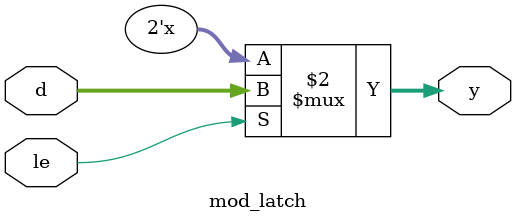
<source format=v>


module case_inferred_latch
(
    input      [1:0] d0, d1, d2, 
    input      [1:0] sel,
    output reg [1:0] y
);
    // the same result can be be obtained when 'if' is used without 'else'
    always @(*)
        case (sel)
            2'b00: y = d0;
            2'b01: y = d1;
            2'b10: y = d2;
        endcase
endmodule

module mux_case_correct
(
    input      [1:0] d0, d1, d2, 
    input      [1:0] sel,
    output reg [1:0] y
);

    always @(*)
        case (sel)
            2'b00  : y = d0;
            2'b01  : y = d1;
            2'b10  : y = d2;
            default: y = d0;
        endcase

    // // alternative:
    // always @(*) begin
    //     y = d0;
    //     case (sel)
    //         2'b00  : y = d0;
    //         2'b01  : y = d1;
    //         2'b10  : y = d2;
    //     endcase
    // end
endmodule

// 1. Do NOT use it in FPGA projects
// 2. Do not use it in any projects unless you REALY know what you are doing
module mod_latch
(
    input      [1:0] d,
    input            le,
    output reg [1:0] y
);
    always @(*) begin
        if(le)
            y <= d;
    end

endmodule

</source>
